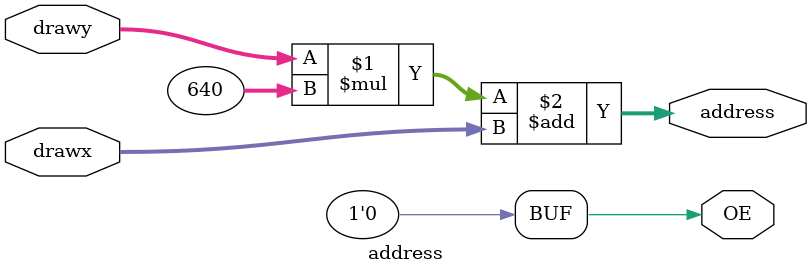
<source format=sv>
module address(input [9:0] drawx,drawy,
					output OE,
					output [31:0] address
					//output [3:0] location
					);
assign OE=1'b0;					
assign address=(drawy*640+drawx);//(2d'16)
//assign location=(drawy*480+drawx)%(2d'16);
endmodule
</source>
